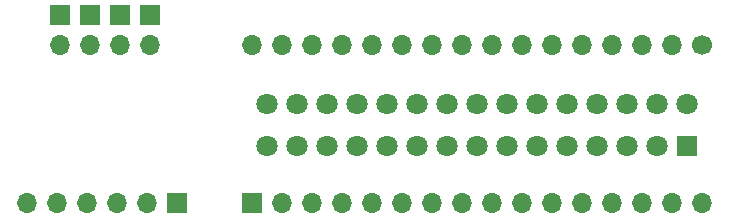
<source format=gbr>
%TF.GenerationSoftware,KiCad,Pcbnew,(5.1.10)-1*%
%TF.CreationDate,2022-11-19T00:44:39-05:00*%
%TF.ProjectId,ColecoProgrammingAdapter,436f6c65-636f-4507-926f-6772616d6d69,1*%
%TF.SameCoordinates,Original*%
%TF.FileFunction,Soldermask,Top*%
%TF.FilePolarity,Negative*%
%FSLAX46Y46*%
G04 Gerber Fmt 4.6, Leading zero omitted, Abs format (unit mm)*
G04 Created by KiCad (PCBNEW (5.1.10)-1) date 2022-11-19 00:44:39*
%MOMM*%
%LPD*%
G01*
G04 APERTURE LIST*
%ADD10C,1.800000*%
%ADD11R,1.800000X1.800000*%
%ADD12R,1.700000X1.700000*%
%ADD13O,1.700000X1.700000*%
%ADD14C,1.700000*%
G04 APERTURE END LIST*
D10*
%TO.C,X1*%
X138430000Y-121539000D03*
X138430000Y-117979000D03*
X140970000Y-121539000D03*
X140970000Y-117979000D03*
X143510000Y-121539000D03*
X143510000Y-117979000D03*
X146050000Y-121539000D03*
X146050000Y-117979000D03*
X148590000Y-121539000D03*
X148590000Y-117979000D03*
X151130000Y-121539000D03*
X151130000Y-117979000D03*
X153670000Y-121539000D03*
X153670000Y-117979000D03*
X156210000Y-121539000D03*
X156210000Y-117979000D03*
X158750000Y-121539000D03*
X158750000Y-117979000D03*
X161290000Y-121539000D03*
X161290000Y-117979000D03*
X163830000Y-121539000D03*
X163830000Y-117979000D03*
X166370000Y-121539000D03*
X166370000Y-117979000D03*
X168910000Y-121539000D03*
X168910000Y-117979000D03*
X171450000Y-121539000D03*
X171450000Y-117979000D03*
X173990000Y-117979000D03*
D11*
X173990000Y-121539000D03*
%TD*%
D12*
%TO.C,J2*%
X137160000Y-126365000D03*
D13*
X139700000Y-126365000D03*
X142240000Y-126365000D03*
X144780000Y-126365000D03*
X147320000Y-126365000D03*
X149860000Y-126365000D03*
X152400000Y-126365000D03*
X154940000Y-126365000D03*
X157480000Y-126365000D03*
X160020000Y-126365000D03*
X162560000Y-126365000D03*
X165100000Y-126365000D03*
X167640000Y-126365000D03*
X170180000Y-126365000D03*
X172720000Y-126365000D03*
X175260000Y-126365000D03*
%TD*%
%TO.C,J3*%
X137160000Y-113030000D03*
X139700000Y-113030000D03*
X142240000Y-113030000D03*
X144780000Y-113030000D03*
X147320000Y-113030000D03*
X149860000Y-113030000D03*
X152400000Y-113030000D03*
X154940000Y-113030000D03*
X157480000Y-113030000D03*
X160020000Y-113030000D03*
X162560000Y-113030000D03*
X165100000Y-113030000D03*
X167640000Y-113030000D03*
X170180000Y-113030000D03*
X172720000Y-113030000D03*
D14*
X175260000Y-113030000D03*
%TD*%
D12*
%TO.C,J1*%
X130810000Y-126365000D03*
D13*
X128270000Y-126365000D03*
X125730000Y-126365000D03*
X123190000Y-126365000D03*
X120650000Y-126365000D03*
X118110000Y-126365000D03*
%TD*%
D12*
%TO.C,J4*%
X120904000Y-110490000D03*
D13*
X120904000Y-113030000D03*
%TD*%
%TO.C,J5*%
X123444000Y-113030000D03*
D12*
X123444000Y-110490000D03*
%TD*%
%TO.C,J6*%
X125984000Y-110490000D03*
D13*
X125984000Y-113030000D03*
%TD*%
%TO.C,J7*%
X128524000Y-113030000D03*
D12*
X128524000Y-110490000D03*
%TD*%
M02*

</source>
